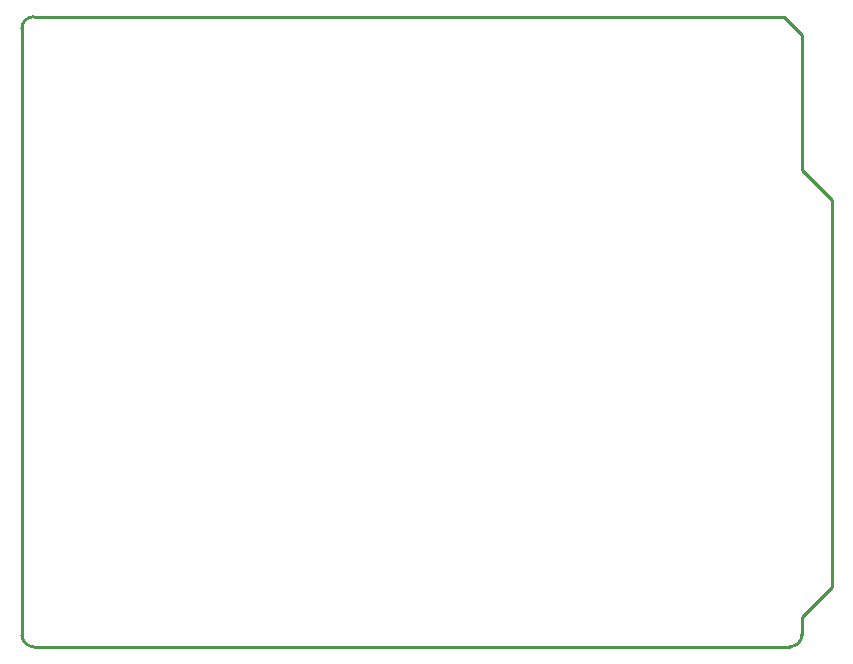
<source format=gbr>
%TF.GenerationSoftware,KiCad,Pcbnew,(6.0.10-0)*%
%TF.CreationDate,2023-01-08T15:47:47+01:00*%
%TF.ProjectId,Leonardo_Rev3d,4c656f6e-6172-4646-9f5f-52657633642e,3d*%
%TF.SameCoordinates,Original*%
%TF.FileFunction,Profile,NP*%
%FSLAX46Y46*%
G04 Gerber Fmt 4.6, Leading zero omitted, Abs format (unit mm)*
G04 Created by KiCad (PCBNEW (6.0.10-0)) date 2023-01-08 15:47:47*
%MOMM*%
%LPD*%
G01*
G04 APERTURE LIST*
%TA.AperFunction,Profile*%
%ADD10C,0.254000*%
%TD*%
G04 APERTURE END LIST*
D10*
X180251100Y-129133600D02*
X180251100Y-130673600D01*
X180251100Y-91287600D02*
X182791100Y-93827600D01*
X114211100Y-130673600D02*
X114211100Y-79333600D01*
X178727100Y-78333600D02*
X180251100Y-79857600D01*
X182791100Y-93827600D02*
X182791100Y-126593600D01*
X114211100Y-130673600D02*
G75*
G03*
X115211100Y-131673600I1000000J0D01*
G01*
X180251100Y-79857600D02*
X180251100Y-91287600D01*
X115211100Y-78333600D02*
X178727100Y-78333600D01*
X179251100Y-131673600D02*
X115211100Y-131673600D01*
X115211100Y-78333600D02*
G75*
G03*
X114211100Y-79333600I0J-1000000D01*
G01*
X179251100Y-131673600D02*
G75*
G03*
X180251100Y-130673600I0J1000000D01*
G01*
X182791100Y-126593600D02*
X180251100Y-129133600D01*
M02*

</source>
